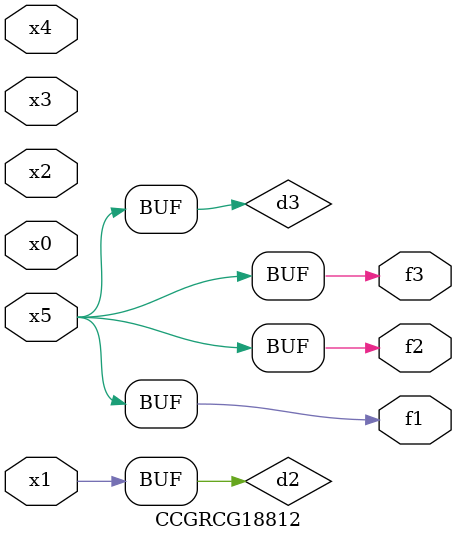
<source format=v>
module CCGRCG18812(
	input x0, x1, x2, x3, x4, x5,
	output f1, f2, f3
);

	wire d1, d2, d3;

	not (d1, x5);
	or (d2, x1);
	xnor (d3, d1);
	assign f1 = d3;
	assign f2 = d3;
	assign f3 = d3;
endmodule

</source>
